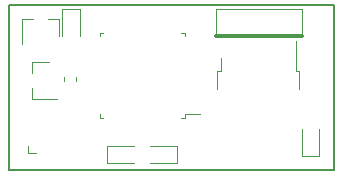
<source format=gto>
G04 #@! TF.GenerationSoftware,KiCad,Pcbnew,(6.0.8)*
G04 #@! TF.CreationDate,2022-12-14T13:47:10+03:00*
G04 #@! TF.ProjectId,hellen1-wbo,68656c6c-656e-4312-9d77-626f2e6b6963,0.3*
G04 #@! TF.SameCoordinates,PX4a19ba0PY5aa5910*
G04 #@! TF.FileFunction,Legend,Top*
G04 #@! TF.FilePolarity,Positive*
%FSLAX46Y46*%
G04 Gerber Fmt 4.6, Leading zero omitted, Abs format (unit mm)*
G04 Created by KiCad (PCBNEW (6.0.8)) date 2022-12-14 13:47:10*
%MOMM*%
%LPD*%
G01*
G04 APERTURE LIST*
%ADD10C,0.120000*%
%ADD11C,0.200000*%
%ADD12C,0.300000*%
G04 APERTURE END LIST*
D10*
G04 #@! TO.C,C616*
X5735000Y7950279D02*
X5735000Y7624721D01*
X4715000Y7950279D02*
X4715000Y7624721D01*
G04 #@! TO.C,U604*
X2015000Y9205000D02*
X2015000Y8275000D01*
X2015000Y6045000D02*
X4175000Y6045000D01*
X2015000Y6045000D02*
X2015000Y6975000D01*
X2015000Y9205000D02*
X3475000Y9205000D01*
G04 #@! TO.C,Q600*
X17980000Y8420000D02*
X17980000Y9520000D01*
X24610000Y6920000D02*
X24610000Y8420000D01*
X17710000Y8420000D02*
X17980000Y8420000D01*
X17710000Y6920000D02*
X17710000Y8420000D01*
X24340000Y8420000D02*
X24340000Y10950000D01*
X24610000Y8420000D02*
X24340000Y8420000D01*
G04 #@! TO.C,D601*
X12025000Y665000D02*
X14310000Y665000D01*
X14310000Y665000D02*
X14310000Y2135000D01*
X14310000Y2135000D02*
X12025000Y2135000D01*
G04 #@! TO.C,D600*
X24865000Y3525000D02*
X24865000Y1240000D01*
X26335000Y1240000D02*
X26335000Y3525000D01*
X24865000Y1240000D02*
X26335000Y1240000D01*
G04 #@! TO.C,D602*
X8365000Y2135000D02*
X8365000Y665000D01*
X10650000Y2135000D02*
X8365000Y2135000D01*
X8365000Y665000D02*
X10650000Y665000D01*
G04 #@! TO.C,U602*
X14960000Y11710000D02*
X14960000Y11410000D01*
X7740000Y4490000D02*
X7740000Y4790000D01*
X8040000Y4490000D02*
X7740000Y4490000D01*
X14960000Y4790000D02*
X16275000Y4790000D01*
X14660000Y4490000D02*
X14960000Y4490000D01*
X14960000Y4490000D02*
X14960000Y4790000D01*
X7740000Y11710000D02*
X7740000Y11410000D01*
X14660000Y11710000D02*
X14960000Y11710000D01*
X8040000Y11710000D02*
X7740000Y11710000D01*
G04 #@! TO.C,U603*
X1145000Y12860000D02*
X1145000Y10700000D01*
X4305000Y12860000D02*
X3375000Y12860000D01*
X4305000Y12860000D02*
X4305000Y11400000D01*
X1145000Y12860000D02*
X2075000Y12860000D01*
G04 #@! TO.C,D603*
X4582550Y13715000D02*
X4582550Y11430000D01*
X6052550Y13715000D02*
X4582550Y13715000D01*
X6052550Y11430000D02*
X6052550Y13715000D01*
D11*
G04 #@! TO.C,M600*
X27600000Y14000000D02*
X100000Y14000000D01*
X100000Y14000000D02*
X100000Y100000D01*
X100000Y100000D02*
X27600000Y100000D01*
X27600000Y100000D02*
X27600000Y14000000D01*
D10*
G04 #@! TO.C,J600*
X2330000Y1480000D02*
X1695000Y1480000D01*
X1695000Y1480000D02*
X1695000Y2115000D01*
D12*
G04 #@! TO.C,Q601*
X24890000Y11425000D02*
X17590000Y11425000D01*
D10*
X24890000Y13725000D02*
X17590000Y13725000D01*
X17590000Y11425000D02*
X17590000Y13725000D01*
X24890000Y11425000D02*
X24890000Y13725000D01*
G04 #@! TD*
M02*

</source>
